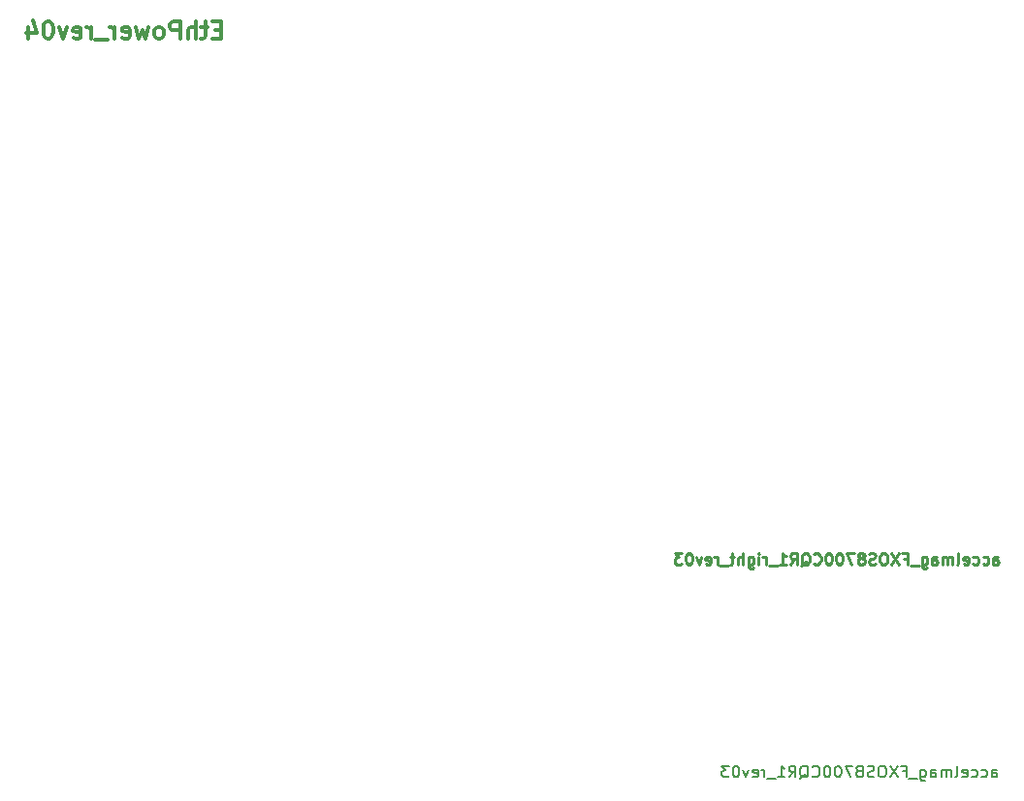
<source format=gbo>
G04 #@! TF.FileFunction,Legend,Bot*
%FSLAX46Y46*%
G04 Gerber Fmt 4.6, Leading zero omitted, Abs format (unit mm)*
G04 Created by KiCad (PCBNEW 4.0.2+e4-6225~38~ubuntu14.04.1-stable) date Sun 24 Jul 2016 05:02:12 PM PDT*
%MOMM*%
G01*
G04 APERTURE LIST*
%ADD10C,0.150000*%
%ADD11C,0.300000*%
%ADD12C,0.250000*%
G04 APERTURE END LIST*
D10*
D11*
X108928570Y-76592857D02*
X108428570Y-76592857D01*
X108214284Y-77378571D02*
X108928570Y-77378571D01*
X108928570Y-75878571D01*
X108214284Y-75878571D01*
X107785713Y-76378571D02*
X107214284Y-76378571D01*
X107571427Y-75878571D02*
X107571427Y-77164286D01*
X107499999Y-77307143D01*
X107357141Y-77378571D01*
X107214284Y-77378571D01*
X106714284Y-77378571D02*
X106714284Y-75878571D01*
X106071427Y-77378571D02*
X106071427Y-76592857D01*
X106142856Y-76450000D01*
X106285713Y-76378571D01*
X106499998Y-76378571D01*
X106642856Y-76450000D01*
X106714284Y-76521429D01*
X105357141Y-77378571D02*
X105357141Y-75878571D01*
X104785713Y-75878571D01*
X104642855Y-75950000D01*
X104571427Y-76021429D01*
X104499998Y-76164286D01*
X104499998Y-76378571D01*
X104571427Y-76521429D01*
X104642855Y-76592857D01*
X104785713Y-76664286D01*
X105357141Y-76664286D01*
X103642855Y-77378571D02*
X103785713Y-77307143D01*
X103857141Y-77235714D01*
X103928570Y-77092857D01*
X103928570Y-76664286D01*
X103857141Y-76521429D01*
X103785713Y-76450000D01*
X103642855Y-76378571D01*
X103428570Y-76378571D01*
X103285713Y-76450000D01*
X103214284Y-76521429D01*
X103142855Y-76664286D01*
X103142855Y-77092857D01*
X103214284Y-77235714D01*
X103285713Y-77307143D01*
X103428570Y-77378571D01*
X103642855Y-77378571D01*
X102642855Y-76378571D02*
X102357141Y-77378571D01*
X102071427Y-76664286D01*
X101785712Y-77378571D01*
X101499998Y-76378571D01*
X100357141Y-77307143D02*
X100499998Y-77378571D01*
X100785712Y-77378571D01*
X100928569Y-77307143D01*
X100999998Y-77164286D01*
X100999998Y-76592857D01*
X100928569Y-76450000D01*
X100785712Y-76378571D01*
X100499998Y-76378571D01*
X100357141Y-76450000D01*
X100285712Y-76592857D01*
X100285712Y-76735714D01*
X100999998Y-76878571D01*
X99642855Y-77378571D02*
X99642855Y-76378571D01*
X99642855Y-76664286D02*
X99571427Y-76521429D01*
X99499998Y-76450000D01*
X99357141Y-76378571D01*
X99214284Y-76378571D01*
X99071427Y-77521429D02*
X97928570Y-77521429D01*
X97571427Y-77378571D02*
X97571427Y-76378571D01*
X97571427Y-76664286D02*
X97499999Y-76521429D01*
X97428570Y-76450000D01*
X97285713Y-76378571D01*
X97142856Y-76378571D01*
X96071428Y-77307143D02*
X96214285Y-77378571D01*
X96499999Y-77378571D01*
X96642856Y-77307143D01*
X96714285Y-77164286D01*
X96714285Y-76592857D01*
X96642856Y-76450000D01*
X96499999Y-76378571D01*
X96214285Y-76378571D01*
X96071428Y-76450000D01*
X95999999Y-76592857D01*
X95999999Y-76735714D01*
X96714285Y-76878571D01*
X95499999Y-76378571D02*
X95142856Y-77378571D01*
X94785714Y-76378571D01*
X93928571Y-75878571D02*
X93785714Y-75878571D01*
X93642857Y-75950000D01*
X93571428Y-76021429D01*
X93499999Y-76164286D01*
X93428571Y-76450000D01*
X93428571Y-76807143D01*
X93499999Y-77092857D01*
X93571428Y-77235714D01*
X93642857Y-77307143D01*
X93785714Y-77378571D01*
X93928571Y-77378571D01*
X94071428Y-77307143D01*
X94142857Y-77235714D01*
X94214285Y-77092857D01*
X94285714Y-76807143D01*
X94285714Y-76450000D01*
X94214285Y-76164286D01*
X94142857Y-76021429D01*
X94071428Y-75950000D01*
X93928571Y-75878571D01*
X92142857Y-76378571D02*
X92142857Y-77378571D01*
X92500000Y-75807143D02*
X92857143Y-76878571D01*
X91928571Y-76878571D01*
D10*
X176247620Y-141952381D02*
X176247620Y-141428571D01*
X176295239Y-141333333D01*
X176390477Y-141285714D01*
X176580954Y-141285714D01*
X176676192Y-141333333D01*
X176247620Y-141904762D02*
X176342858Y-141952381D01*
X176580954Y-141952381D01*
X176676192Y-141904762D01*
X176723811Y-141809524D01*
X176723811Y-141714286D01*
X176676192Y-141619048D01*
X176580954Y-141571429D01*
X176342858Y-141571429D01*
X176247620Y-141523810D01*
X175342858Y-141904762D02*
X175438096Y-141952381D01*
X175628573Y-141952381D01*
X175723811Y-141904762D01*
X175771430Y-141857143D01*
X175819049Y-141761905D01*
X175819049Y-141476190D01*
X175771430Y-141380952D01*
X175723811Y-141333333D01*
X175628573Y-141285714D01*
X175438096Y-141285714D01*
X175342858Y-141333333D01*
X174485715Y-141904762D02*
X174580953Y-141952381D01*
X174771430Y-141952381D01*
X174866668Y-141904762D01*
X174914287Y-141857143D01*
X174961906Y-141761905D01*
X174961906Y-141476190D01*
X174914287Y-141380952D01*
X174866668Y-141333333D01*
X174771430Y-141285714D01*
X174580953Y-141285714D01*
X174485715Y-141333333D01*
X173676191Y-141904762D02*
X173771429Y-141952381D01*
X173961906Y-141952381D01*
X174057144Y-141904762D01*
X174104763Y-141809524D01*
X174104763Y-141428571D01*
X174057144Y-141333333D01*
X173961906Y-141285714D01*
X173771429Y-141285714D01*
X173676191Y-141333333D01*
X173628572Y-141428571D01*
X173628572Y-141523810D01*
X174104763Y-141619048D01*
X173057144Y-141952381D02*
X173152382Y-141904762D01*
X173200001Y-141809524D01*
X173200001Y-140952381D01*
X172676191Y-141952381D02*
X172676191Y-141285714D01*
X172676191Y-141380952D02*
X172628572Y-141333333D01*
X172533334Y-141285714D01*
X172390476Y-141285714D01*
X172295238Y-141333333D01*
X172247619Y-141428571D01*
X172247619Y-141952381D01*
X172247619Y-141428571D02*
X172200000Y-141333333D01*
X172104762Y-141285714D01*
X171961905Y-141285714D01*
X171866667Y-141333333D01*
X171819048Y-141428571D01*
X171819048Y-141952381D01*
X170914286Y-141952381D02*
X170914286Y-141428571D01*
X170961905Y-141333333D01*
X171057143Y-141285714D01*
X171247620Y-141285714D01*
X171342858Y-141333333D01*
X170914286Y-141904762D02*
X171009524Y-141952381D01*
X171247620Y-141952381D01*
X171342858Y-141904762D01*
X171390477Y-141809524D01*
X171390477Y-141714286D01*
X171342858Y-141619048D01*
X171247620Y-141571429D01*
X171009524Y-141571429D01*
X170914286Y-141523810D01*
X170009524Y-141285714D02*
X170009524Y-142095238D01*
X170057143Y-142190476D01*
X170104762Y-142238095D01*
X170200001Y-142285714D01*
X170342858Y-142285714D01*
X170438096Y-142238095D01*
X170009524Y-141904762D02*
X170104762Y-141952381D01*
X170295239Y-141952381D01*
X170390477Y-141904762D01*
X170438096Y-141857143D01*
X170485715Y-141761905D01*
X170485715Y-141476190D01*
X170438096Y-141380952D01*
X170390477Y-141333333D01*
X170295239Y-141285714D01*
X170104762Y-141285714D01*
X170009524Y-141333333D01*
X169771429Y-142047619D02*
X169009524Y-142047619D01*
X168438095Y-141428571D02*
X168771429Y-141428571D01*
X168771429Y-141952381D02*
X168771429Y-140952381D01*
X168295238Y-140952381D01*
X168009524Y-140952381D02*
X167342857Y-141952381D01*
X167342857Y-140952381D02*
X168009524Y-141952381D01*
X166771429Y-140952381D02*
X166580952Y-140952381D01*
X166485714Y-141000000D01*
X166390476Y-141095238D01*
X166342857Y-141285714D01*
X166342857Y-141619048D01*
X166390476Y-141809524D01*
X166485714Y-141904762D01*
X166580952Y-141952381D01*
X166771429Y-141952381D01*
X166866667Y-141904762D01*
X166961905Y-141809524D01*
X167009524Y-141619048D01*
X167009524Y-141285714D01*
X166961905Y-141095238D01*
X166866667Y-141000000D01*
X166771429Y-140952381D01*
X165961905Y-141904762D02*
X165819048Y-141952381D01*
X165580952Y-141952381D01*
X165485714Y-141904762D01*
X165438095Y-141857143D01*
X165390476Y-141761905D01*
X165390476Y-141666667D01*
X165438095Y-141571429D01*
X165485714Y-141523810D01*
X165580952Y-141476190D01*
X165771429Y-141428571D01*
X165866667Y-141380952D01*
X165914286Y-141333333D01*
X165961905Y-141238095D01*
X165961905Y-141142857D01*
X165914286Y-141047619D01*
X165866667Y-141000000D01*
X165771429Y-140952381D01*
X165533333Y-140952381D01*
X165390476Y-141000000D01*
X164819048Y-141380952D02*
X164914286Y-141333333D01*
X164961905Y-141285714D01*
X165009524Y-141190476D01*
X165009524Y-141142857D01*
X164961905Y-141047619D01*
X164914286Y-141000000D01*
X164819048Y-140952381D01*
X164628571Y-140952381D01*
X164533333Y-141000000D01*
X164485714Y-141047619D01*
X164438095Y-141142857D01*
X164438095Y-141190476D01*
X164485714Y-141285714D01*
X164533333Y-141333333D01*
X164628571Y-141380952D01*
X164819048Y-141380952D01*
X164914286Y-141428571D01*
X164961905Y-141476190D01*
X165009524Y-141571429D01*
X165009524Y-141761905D01*
X164961905Y-141857143D01*
X164914286Y-141904762D01*
X164819048Y-141952381D01*
X164628571Y-141952381D01*
X164533333Y-141904762D01*
X164485714Y-141857143D01*
X164438095Y-141761905D01*
X164438095Y-141571429D01*
X164485714Y-141476190D01*
X164533333Y-141428571D01*
X164628571Y-141380952D01*
X164104762Y-140952381D02*
X163438095Y-140952381D01*
X163866667Y-141952381D01*
X162866667Y-140952381D02*
X162771428Y-140952381D01*
X162676190Y-141000000D01*
X162628571Y-141047619D01*
X162580952Y-141142857D01*
X162533333Y-141333333D01*
X162533333Y-141571429D01*
X162580952Y-141761905D01*
X162628571Y-141857143D01*
X162676190Y-141904762D01*
X162771428Y-141952381D01*
X162866667Y-141952381D01*
X162961905Y-141904762D01*
X163009524Y-141857143D01*
X163057143Y-141761905D01*
X163104762Y-141571429D01*
X163104762Y-141333333D01*
X163057143Y-141142857D01*
X163009524Y-141047619D01*
X162961905Y-141000000D01*
X162866667Y-140952381D01*
X161914286Y-140952381D02*
X161819047Y-140952381D01*
X161723809Y-141000000D01*
X161676190Y-141047619D01*
X161628571Y-141142857D01*
X161580952Y-141333333D01*
X161580952Y-141571429D01*
X161628571Y-141761905D01*
X161676190Y-141857143D01*
X161723809Y-141904762D01*
X161819047Y-141952381D01*
X161914286Y-141952381D01*
X162009524Y-141904762D01*
X162057143Y-141857143D01*
X162104762Y-141761905D01*
X162152381Y-141571429D01*
X162152381Y-141333333D01*
X162104762Y-141142857D01*
X162057143Y-141047619D01*
X162009524Y-141000000D01*
X161914286Y-140952381D01*
X160580952Y-141857143D02*
X160628571Y-141904762D01*
X160771428Y-141952381D01*
X160866666Y-141952381D01*
X161009524Y-141904762D01*
X161104762Y-141809524D01*
X161152381Y-141714286D01*
X161200000Y-141523810D01*
X161200000Y-141380952D01*
X161152381Y-141190476D01*
X161104762Y-141095238D01*
X161009524Y-141000000D01*
X160866666Y-140952381D01*
X160771428Y-140952381D01*
X160628571Y-141000000D01*
X160580952Y-141047619D01*
X159485714Y-142047619D02*
X159580952Y-142000000D01*
X159676190Y-141904762D01*
X159819047Y-141761905D01*
X159914286Y-141714286D01*
X160009524Y-141714286D01*
X159961905Y-141952381D02*
X160057143Y-141904762D01*
X160152381Y-141809524D01*
X160200000Y-141619048D01*
X160200000Y-141285714D01*
X160152381Y-141095238D01*
X160057143Y-141000000D01*
X159961905Y-140952381D01*
X159771428Y-140952381D01*
X159676190Y-141000000D01*
X159580952Y-141095238D01*
X159533333Y-141285714D01*
X159533333Y-141619048D01*
X159580952Y-141809524D01*
X159676190Y-141904762D01*
X159771428Y-141952381D01*
X159961905Y-141952381D01*
X158533333Y-141952381D02*
X158866667Y-141476190D01*
X159104762Y-141952381D02*
X159104762Y-140952381D01*
X158723809Y-140952381D01*
X158628571Y-141000000D01*
X158580952Y-141047619D01*
X158533333Y-141142857D01*
X158533333Y-141285714D01*
X158580952Y-141380952D01*
X158628571Y-141428571D01*
X158723809Y-141476190D01*
X159104762Y-141476190D01*
X157580952Y-141952381D02*
X158152381Y-141952381D01*
X157866667Y-141952381D02*
X157866667Y-140952381D01*
X157961905Y-141095238D01*
X158057143Y-141190476D01*
X158152381Y-141238095D01*
X157390476Y-142047619D02*
X156628571Y-142047619D01*
X156390476Y-141952381D02*
X156390476Y-141285714D01*
X156390476Y-141476190D02*
X156342857Y-141380952D01*
X156295238Y-141333333D01*
X156200000Y-141285714D01*
X156104761Y-141285714D01*
X155390475Y-141904762D02*
X155485713Y-141952381D01*
X155676190Y-141952381D01*
X155771428Y-141904762D01*
X155819047Y-141809524D01*
X155819047Y-141428571D01*
X155771428Y-141333333D01*
X155676190Y-141285714D01*
X155485713Y-141285714D01*
X155390475Y-141333333D01*
X155342856Y-141428571D01*
X155342856Y-141523810D01*
X155819047Y-141619048D01*
X155009523Y-141285714D02*
X154771428Y-141952381D01*
X154533332Y-141285714D01*
X153961904Y-140952381D02*
X153866665Y-140952381D01*
X153771427Y-141000000D01*
X153723808Y-141047619D01*
X153676189Y-141142857D01*
X153628570Y-141333333D01*
X153628570Y-141571429D01*
X153676189Y-141761905D01*
X153723808Y-141857143D01*
X153771427Y-141904762D01*
X153866665Y-141952381D01*
X153961904Y-141952381D01*
X154057142Y-141904762D01*
X154104761Y-141857143D01*
X154152380Y-141761905D01*
X154199999Y-141571429D01*
X154199999Y-141333333D01*
X154152380Y-141142857D01*
X154104761Y-141047619D01*
X154057142Y-141000000D01*
X153961904Y-140952381D01*
X153295237Y-140952381D02*
X152676189Y-140952381D01*
X153009523Y-141333333D01*
X152866665Y-141333333D01*
X152771427Y-141380952D01*
X152723808Y-141428571D01*
X152676189Y-141523810D01*
X152676189Y-141761905D01*
X152723808Y-141857143D01*
X152771427Y-141904762D01*
X152866665Y-141952381D01*
X153152380Y-141952381D01*
X153247618Y-141904762D01*
X153295237Y-141857143D01*
D12*
X176366668Y-123352381D02*
X176366668Y-122828571D01*
X176414287Y-122733333D01*
X176509525Y-122685714D01*
X176700002Y-122685714D01*
X176795240Y-122733333D01*
X176366668Y-123304762D02*
X176461906Y-123352381D01*
X176700002Y-123352381D01*
X176795240Y-123304762D01*
X176842859Y-123209524D01*
X176842859Y-123114286D01*
X176795240Y-123019048D01*
X176700002Y-122971429D01*
X176461906Y-122971429D01*
X176366668Y-122923810D01*
X175461906Y-123304762D02*
X175557144Y-123352381D01*
X175747621Y-123352381D01*
X175842859Y-123304762D01*
X175890478Y-123257143D01*
X175938097Y-123161905D01*
X175938097Y-122876190D01*
X175890478Y-122780952D01*
X175842859Y-122733333D01*
X175747621Y-122685714D01*
X175557144Y-122685714D01*
X175461906Y-122733333D01*
X174604763Y-123304762D02*
X174700001Y-123352381D01*
X174890478Y-123352381D01*
X174985716Y-123304762D01*
X175033335Y-123257143D01*
X175080954Y-123161905D01*
X175080954Y-122876190D01*
X175033335Y-122780952D01*
X174985716Y-122733333D01*
X174890478Y-122685714D01*
X174700001Y-122685714D01*
X174604763Y-122733333D01*
X173795239Y-123304762D02*
X173890477Y-123352381D01*
X174080954Y-123352381D01*
X174176192Y-123304762D01*
X174223811Y-123209524D01*
X174223811Y-122828571D01*
X174176192Y-122733333D01*
X174080954Y-122685714D01*
X173890477Y-122685714D01*
X173795239Y-122733333D01*
X173747620Y-122828571D01*
X173747620Y-122923810D01*
X174223811Y-123019048D01*
X173176192Y-123352381D02*
X173271430Y-123304762D01*
X173319049Y-123209524D01*
X173319049Y-122352381D01*
X172795239Y-123352381D02*
X172795239Y-122685714D01*
X172795239Y-122780952D02*
X172747620Y-122733333D01*
X172652382Y-122685714D01*
X172509524Y-122685714D01*
X172414286Y-122733333D01*
X172366667Y-122828571D01*
X172366667Y-123352381D01*
X172366667Y-122828571D02*
X172319048Y-122733333D01*
X172223810Y-122685714D01*
X172080953Y-122685714D01*
X171985715Y-122733333D01*
X171938096Y-122828571D01*
X171938096Y-123352381D01*
X171033334Y-123352381D02*
X171033334Y-122828571D01*
X171080953Y-122733333D01*
X171176191Y-122685714D01*
X171366668Y-122685714D01*
X171461906Y-122733333D01*
X171033334Y-123304762D02*
X171128572Y-123352381D01*
X171366668Y-123352381D01*
X171461906Y-123304762D01*
X171509525Y-123209524D01*
X171509525Y-123114286D01*
X171461906Y-123019048D01*
X171366668Y-122971429D01*
X171128572Y-122971429D01*
X171033334Y-122923810D01*
X170128572Y-122685714D02*
X170128572Y-123495238D01*
X170176191Y-123590476D01*
X170223810Y-123638095D01*
X170319049Y-123685714D01*
X170461906Y-123685714D01*
X170557144Y-123638095D01*
X170128572Y-123304762D02*
X170223810Y-123352381D01*
X170414287Y-123352381D01*
X170509525Y-123304762D01*
X170557144Y-123257143D01*
X170604763Y-123161905D01*
X170604763Y-122876190D01*
X170557144Y-122780952D01*
X170509525Y-122733333D01*
X170414287Y-122685714D01*
X170223810Y-122685714D01*
X170128572Y-122733333D01*
X169890477Y-123447619D02*
X169128572Y-123447619D01*
X168557143Y-122828571D02*
X168890477Y-122828571D01*
X168890477Y-123352381D02*
X168890477Y-122352381D01*
X168414286Y-122352381D01*
X168128572Y-122352381D02*
X167461905Y-123352381D01*
X167461905Y-122352381D02*
X168128572Y-123352381D01*
X166890477Y-122352381D02*
X166700000Y-122352381D01*
X166604762Y-122400000D01*
X166509524Y-122495238D01*
X166461905Y-122685714D01*
X166461905Y-123019048D01*
X166509524Y-123209524D01*
X166604762Y-123304762D01*
X166700000Y-123352381D01*
X166890477Y-123352381D01*
X166985715Y-123304762D01*
X167080953Y-123209524D01*
X167128572Y-123019048D01*
X167128572Y-122685714D01*
X167080953Y-122495238D01*
X166985715Y-122400000D01*
X166890477Y-122352381D01*
X166080953Y-123304762D02*
X165938096Y-123352381D01*
X165700000Y-123352381D01*
X165604762Y-123304762D01*
X165557143Y-123257143D01*
X165509524Y-123161905D01*
X165509524Y-123066667D01*
X165557143Y-122971429D01*
X165604762Y-122923810D01*
X165700000Y-122876190D01*
X165890477Y-122828571D01*
X165985715Y-122780952D01*
X166033334Y-122733333D01*
X166080953Y-122638095D01*
X166080953Y-122542857D01*
X166033334Y-122447619D01*
X165985715Y-122400000D01*
X165890477Y-122352381D01*
X165652381Y-122352381D01*
X165509524Y-122400000D01*
X164938096Y-122780952D02*
X165033334Y-122733333D01*
X165080953Y-122685714D01*
X165128572Y-122590476D01*
X165128572Y-122542857D01*
X165080953Y-122447619D01*
X165033334Y-122400000D01*
X164938096Y-122352381D01*
X164747619Y-122352381D01*
X164652381Y-122400000D01*
X164604762Y-122447619D01*
X164557143Y-122542857D01*
X164557143Y-122590476D01*
X164604762Y-122685714D01*
X164652381Y-122733333D01*
X164747619Y-122780952D01*
X164938096Y-122780952D01*
X165033334Y-122828571D01*
X165080953Y-122876190D01*
X165128572Y-122971429D01*
X165128572Y-123161905D01*
X165080953Y-123257143D01*
X165033334Y-123304762D01*
X164938096Y-123352381D01*
X164747619Y-123352381D01*
X164652381Y-123304762D01*
X164604762Y-123257143D01*
X164557143Y-123161905D01*
X164557143Y-122971429D01*
X164604762Y-122876190D01*
X164652381Y-122828571D01*
X164747619Y-122780952D01*
X164223810Y-122352381D02*
X163557143Y-122352381D01*
X163985715Y-123352381D01*
X162985715Y-122352381D02*
X162890476Y-122352381D01*
X162795238Y-122400000D01*
X162747619Y-122447619D01*
X162700000Y-122542857D01*
X162652381Y-122733333D01*
X162652381Y-122971429D01*
X162700000Y-123161905D01*
X162747619Y-123257143D01*
X162795238Y-123304762D01*
X162890476Y-123352381D01*
X162985715Y-123352381D01*
X163080953Y-123304762D01*
X163128572Y-123257143D01*
X163176191Y-123161905D01*
X163223810Y-122971429D01*
X163223810Y-122733333D01*
X163176191Y-122542857D01*
X163128572Y-122447619D01*
X163080953Y-122400000D01*
X162985715Y-122352381D01*
X162033334Y-122352381D02*
X161938095Y-122352381D01*
X161842857Y-122400000D01*
X161795238Y-122447619D01*
X161747619Y-122542857D01*
X161700000Y-122733333D01*
X161700000Y-122971429D01*
X161747619Y-123161905D01*
X161795238Y-123257143D01*
X161842857Y-123304762D01*
X161938095Y-123352381D01*
X162033334Y-123352381D01*
X162128572Y-123304762D01*
X162176191Y-123257143D01*
X162223810Y-123161905D01*
X162271429Y-122971429D01*
X162271429Y-122733333D01*
X162223810Y-122542857D01*
X162176191Y-122447619D01*
X162128572Y-122400000D01*
X162033334Y-122352381D01*
X160700000Y-123257143D02*
X160747619Y-123304762D01*
X160890476Y-123352381D01*
X160985714Y-123352381D01*
X161128572Y-123304762D01*
X161223810Y-123209524D01*
X161271429Y-123114286D01*
X161319048Y-122923810D01*
X161319048Y-122780952D01*
X161271429Y-122590476D01*
X161223810Y-122495238D01*
X161128572Y-122400000D01*
X160985714Y-122352381D01*
X160890476Y-122352381D01*
X160747619Y-122400000D01*
X160700000Y-122447619D01*
X159604762Y-123447619D02*
X159700000Y-123400000D01*
X159795238Y-123304762D01*
X159938095Y-123161905D01*
X160033334Y-123114286D01*
X160128572Y-123114286D01*
X160080953Y-123352381D02*
X160176191Y-123304762D01*
X160271429Y-123209524D01*
X160319048Y-123019048D01*
X160319048Y-122685714D01*
X160271429Y-122495238D01*
X160176191Y-122400000D01*
X160080953Y-122352381D01*
X159890476Y-122352381D01*
X159795238Y-122400000D01*
X159700000Y-122495238D01*
X159652381Y-122685714D01*
X159652381Y-123019048D01*
X159700000Y-123209524D01*
X159795238Y-123304762D01*
X159890476Y-123352381D01*
X160080953Y-123352381D01*
X158652381Y-123352381D02*
X158985715Y-122876190D01*
X159223810Y-123352381D02*
X159223810Y-122352381D01*
X158842857Y-122352381D01*
X158747619Y-122400000D01*
X158700000Y-122447619D01*
X158652381Y-122542857D01*
X158652381Y-122685714D01*
X158700000Y-122780952D01*
X158747619Y-122828571D01*
X158842857Y-122876190D01*
X159223810Y-122876190D01*
X157700000Y-123352381D02*
X158271429Y-123352381D01*
X157985715Y-123352381D02*
X157985715Y-122352381D01*
X158080953Y-122495238D01*
X158176191Y-122590476D01*
X158271429Y-122638095D01*
X157509524Y-123447619D02*
X156747619Y-123447619D01*
X156509524Y-123352381D02*
X156509524Y-122685714D01*
X156509524Y-122876190D02*
X156461905Y-122780952D01*
X156414286Y-122733333D01*
X156319048Y-122685714D01*
X156223809Y-122685714D01*
X155890476Y-123352381D02*
X155890476Y-122685714D01*
X155890476Y-122352381D02*
X155938095Y-122400000D01*
X155890476Y-122447619D01*
X155842857Y-122400000D01*
X155890476Y-122352381D01*
X155890476Y-122447619D01*
X154985714Y-122685714D02*
X154985714Y-123495238D01*
X155033333Y-123590476D01*
X155080952Y-123638095D01*
X155176191Y-123685714D01*
X155319048Y-123685714D01*
X155414286Y-123638095D01*
X154985714Y-123304762D02*
X155080952Y-123352381D01*
X155271429Y-123352381D01*
X155366667Y-123304762D01*
X155414286Y-123257143D01*
X155461905Y-123161905D01*
X155461905Y-122876190D01*
X155414286Y-122780952D01*
X155366667Y-122733333D01*
X155271429Y-122685714D01*
X155080952Y-122685714D01*
X154985714Y-122733333D01*
X154509524Y-123352381D02*
X154509524Y-122352381D01*
X154080952Y-123352381D02*
X154080952Y-122828571D01*
X154128571Y-122733333D01*
X154223809Y-122685714D01*
X154366667Y-122685714D01*
X154461905Y-122733333D01*
X154509524Y-122780952D01*
X153747619Y-122685714D02*
X153366667Y-122685714D01*
X153604762Y-122352381D02*
X153604762Y-123209524D01*
X153557143Y-123304762D01*
X153461905Y-123352381D01*
X153366667Y-123352381D01*
X153271428Y-123447619D02*
X152509523Y-123447619D01*
X152271428Y-123352381D02*
X152271428Y-122685714D01*
X152271428Y-122876190D02*
X152223809Y-122780952D01*
X152176190Y-122733333D01*
X152080952Y-122685714D01*
X151985713Y-122685714D01*
X151271427Y-123304762D02*
X151366665Y-123352381D01*
X151557142Y-123352381D01*
X151652380Y-123304762D01*
X151699999Y-123209524D01*
X151699999Y-122828571D01*
X151652380Y-122733333D01*
X151557142Y-122685714D01*
X151366665Y-122685714D01*
X151271427Y-122733333D01*
X151223808Y-122828571D01*
X151223808Y-122923810D01*
X151699999Y-123019048D01*
X150890475Y-122685714D02*
X150652380Y-123352381D01*
X150414284Y-122685714D01*
X149842856Y-122352381D02*
X149747617Y-122352381D01*
X149652379Y-122400000D01*
X149604760Y-122447619D01*
X149557141Y-122542857D01*
X149509522Y-122733333D01*
X149509522Y-122971429D01*
X149557141Y-123161905D01*
X149604760Y-123257143D01*
X149652379Y-123304762D01*
X149747617Y-123352381D01*
X149842856Y-123352381D01*
X149938094Y-123304762D01*
X149985713Y-123257143D01*
X150033332Y-123161905D01*
X150080951Y-122971429D01*
X150080951Y-122733333D01*
X150033332Y-122542857D01*
X149985713Y-122447619D01*
X149938094Y-122400000D01*
X149842856Y-122352381D01*
X149176189Y-122352381D02*
X148557141Y-122352381D01*
X148890475Y-122733333D01*
X148747617Y-122733333D01*
X148652379Y-122780952D01*
X148604760Y-122828571D01*
X148557141Y-122923810D01*
X148557141Y-123161905D01*
X148604760Y-123257143D01*
X148652379Y-123304762D01*
X148747617Y-123352381D01*
X149033332Y-123352381D01*
X149128570Y-123304762D01*
X149176189Y-123257143D01*
M02*

</source>
